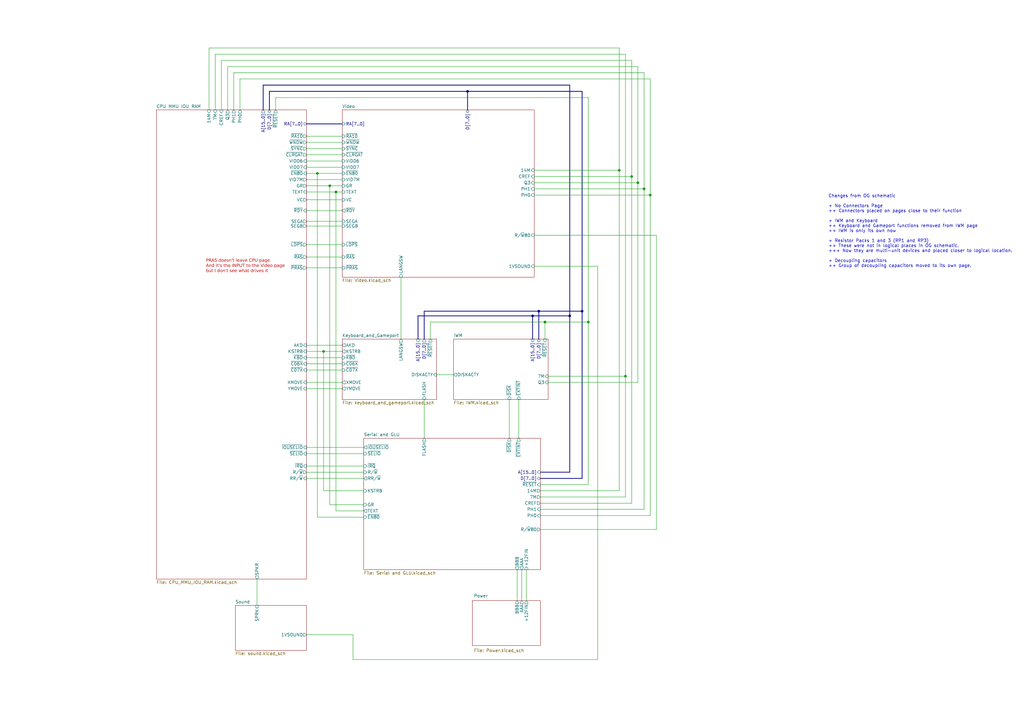
<source format=kicad_sch>
(kicad_sch
	(version 20231120)
	(generator "eeschema")
	(generator_version "8.0")
	(uuid "67809fc9-81c6-454d-9011-542a06dd2b5a")
	(paper "A3")
	(title_block
		(title "Apple IIc ROM255")
		(date "2023-09-28")
		(rev "2")
		(company "bald.ee/bitpreserve")
		(comment 1 "Apple IIc ROM255")
	)
	(lib_symbols)
	(junction
		(at 130.175 71.12)
		(diameter 0)
		(color 0 0 0 0)
		(uuid "03cc218b-5b40-4c84-9dcf-d1dad05f2bb8")
	)
	(junction
		(at 135.255 76.2)
		(diameter 0)
		(color 0 0 0 0)
		(uuid "1367316d-9ee9-4713-905f-3692bb06725a")
	)
	(junction
		(at 137.795 78.74)
		(diameter 0)
		(color 0 0 0 0)
		(uuid "15a5da8c-4f1f-42af-8ca1-60b4eeccbb54")
	)
	(junction
		(at 259.08 72.39)
		(diameter 0)
		(color 0 0 0 0)
		(uuid "220d6e89-d170-4ce9-91bc-e3c343206adb")
	)
	(junction
		(at 132.715 144.145)
		(diameter 0)
		(color 0 0 0 0)
		(uuid "4f151cd4-f5f0-4c47-8378-e44753cf42d6")
	)
	(junction
		(at 254 69.85)
		(diameter 0)
		(color 0 0 0 0)
		(uuid "78f92a1e-b60c-4521-ad2a-50c3fe37a9e3")
	)
	(junction
		(at 264.16 77.47)
		(diameter 0)
		(color 0 0 0 0)
		(uuid "845b4161-bd0c-49dc-aeb2-4fb8223496e5")
	)
	(junction
		(at 220.98 127.635)
		(diameter 0)
		(color 0 0 0 0)
		(uuid "8c3c486c-ae3c-45ba-962c-8917e52426fb")
	)
	(junction
		(at 238.76 127.635)
		(diameter 0)
		(color 0 0 0 0)
		(uuid "993144de-cb5a-4a75-ae36-ef69664f1562")
	)
	(junction
		(at 261.62 74.93)
		(diameter 0)
		(color 0 0 0 0)
		(uuid "996ad387-088b-4db8-9359-e15687f61845")
	)
	(junction
		(at 241.3 132.08)
		(diameter 0)
		(color 0 0 0 0)
		(uuid "b4c711d3-9001-47c0-9f74-8f5fb57205a5")
	)
	(junction
		(at 223.52 132.08)
		(diameter 0)
		(color 0 0 0 0)
		(uuid "d1e77a5d-4b67-4419-9a39-c4bdaef113c4")
	)
	(junction
		(at 256.54 154.305)
		(diameter 0)
		(color 0 0 0 0)
		(uuid "d3f374ab-a698-474d-b1d8-cde67e1e4715")
	)
	(junction
		(at 218.44 129.54)
		(diameter 0)
		(color 0 0 0 0)
		(uuid "dcd44c36-7382-42ed-947b-4f90e8439a04")
	)
	(junction
		(at 266.7 80.01)
		(diameter 0)
		(color 0 0 0 0)
		(uuid "dcee8554-7199-40d0-84d6-6306d0d9d7ec")
	)
	(junction
		(at 191.77 37.465)
		(diameter 0)
		(color 0 0 0 0)
		(uuid "de4672f3-6a8d-488e-8ebe-e2f191094dbc")
	)
	(junction
		(at 233.68 129.54)
		(diameter 0)
		(color 0 0 0 0)
		(uuid "f5002724-2179-4f53-87bf-4b64f4066046")
	)
	(wire
		(pts
			(xy 266.7 32.385) (xy 266.7 80.01)
		)
		(stroke
			(width 0)
			(type default)
		)
		(uuid "0031caa3-6272-4c14-9f29-38aa1a2c12b0")
	)
	(wire
		(pts
			(xy 125.73 151.765) (xy 140.335 151.765)
		)
		(stroke
			(width 0)
			(type default)
		)
		(uuid "0100c05c-4a54-4c4c-8e77-d2b52dbcbc53")
	)
	(wire
		(pts
			(xy 125.73 100.33) (xy 140.335 100.33)
		)
		(stroke
			(width 0)
			(type default)
		)
		(uuid "030d1472-d36a-48a2-adbd-e9016ece57a1")
	)
	(bus
		(pts
			(xy 221.615 196.215) (xy 238.76 196.215)
		)
		(stroke
			(width 0)
			(type default)
		)
		(uuid "05fb4119-2bf4-4328-b726-1b49c0bef761")
	)
	(wire
		(pts
			(xy 125.73 71.12) (xy 130.175 71.12)
		)
		(stroke
			(width 0)
			(type default)
		)
		(uuid "08a536fb-7b7d-4336-93ca-bf5fc6736a17")
	)
	(wire
		(pts
			(xy 241.3 132.08) (xy 223.52 132.08)
		)
		(stroke
			(width 0)
			(type default)
		)
		(uuid "09c05135-bdf8-4e69-bf27-eee91a149806")
	)
	(bus
		(pts
			(xy 220.98 127.635) (xy 220.98 139.065)
		)
		(stroke
			(width 0)
			(type default)
		)
		(uuid "0a0914cc-f649-49cb-bd0e-92d527bc7aec")
	)
	(wire
		(pts
			(xy 245.11 109.22) (xy 245.11 270.51)
		)
		(stroke
			(width 0)
			(type default)
		)
		(uuid "0c77f670-51e9-44e5-9250-7b67a1ec1db2")
	)
	(wire
		(pts
			(xy 221.615 208.915) (xy 264.16 208.915)
		)
		(stroke
			(width 0)
			(type default)
		)
		(uuid "0cf26029-c629-4fe1-a63d-282fbe2128f6")
	)
	(wire
		(pts
			(xy 85.725 19.685) (xy 85.725 45.085)
		)
		(stroke
			(width 0)
			(type default)
		)
		(uuid "0f41f186-8854-4f8a-b86c-303cf5765d60")
	)
	(wire
		(pts
			(xy 164.465 113.665) (xy 164.465 139.065)
		)
		(stroke
			(width 0)
			(type default)
		)
		(uuid "116ebe43-6532-4bbd-955a-34f5046e1d01")
	)
	(bus
		(pts
			(xy 173.99 139.065) (xy 173.99 127.635)
		)
		(stroke
			(width 0)
			(type default)
		)
		(uuid "11add6ba-3404-44d0-a22c-1eba02336907")
	)
	(bus
		(pts
			(xy 233.68 129.54) (xy 218.44 129.54)
		)
		(stroke
			(width 0)
			(type default)
		)
		(uuid "189e9178-7f36-4cbc-be77-0eaf114d9300")
	)
	(wire
		(pts
			(xy 132.715 201.295) (xy 149.225 201.295)
		)
		(stroke
			(width 0)
			(type default)
		)
		(uuid "1b477dcf-8ca9-4276-a301-86a694066078")
	)
	(wire
		(pts
			(xy 179.07 153.67) (xy 186.055 153.67)
		)
		(stroke
			(width 0)
			(type default)
		)
		(uuid "1c6ed92c-0522-4ec4-8ae0-92053b49e37e")
	)
	(wire
		(pts
			(xy 125.73 60.96) (xy 140.335 60.96)
		)
		(stroke
			(width 0)
			(type default)
		)
		(uuid "1ceb1d0f-4e0b-4113-ab79-c57d0a2bee59")
	)
	(wire
		(pts
			(xy 219.075 77.47) (xy 264.16 77.47)
		)
		(stroke
			(width 0)
			(type default)
		)
		(uuid "22fe1cfe-8327-4789-97c9-fe748d4bca9f")
	)
	(wire
		(pts
			(xy 264.16 77.47) (xy 264.16 208.915)
		)
		(stroke
			(width 0)
			(type default)
		)
		(uuid "24070dbe-5bd4-459c-8803-a3b2959afb18")
	)
	(wire
		(pts
			(xy 254 19.685) (xy 254 69.85)
		)
		(stroke
			(width 0)
			(type default)
		)
		(uuid "25cd9b0a-c4f8-471f-9054-bde2250a41ed")
	)
	(wire
		(pts
			(xy 254 69.85) (xy 254 201.295)
		)
		(stroke
			(width 0)
			(type default)
		)
		(uuid "2a4019bc-cab2-445c-922b-81c98d75cb97")
	)
	(wire
		(pts
			(xy 125.73 193.675) (xy 149.225 193.675)
		)
		(stroke
			(width 0)
			(type default)
		)
		(uuid "2a7e28bd-c7d7-4a0d-beed-8c3b34889426")
	)
	(wire
		(pts
			(xy 125.73 141.605) (xy 140.335 141.605)
		)
		(stroke
			(width 0)
			(type default)
		)
		(uuid "2a8a8223-6641-431c-b524-e98396b6d137")
	)
	(wire
		(pts
			(xy 130.175 71.12) (xy 140.335 71.12)
		)
		(stroke
			(width 0)
			(type default)
		)
		(uuid "338eaeed-50bf-4a61-bbee-d5c7f6e03351")
	)
	(wire
		(pts
			(xy 264.16 29.845) (xy 264.16 77.47)
		)
		(stroke
			(width 0)
			(type default)
		)
		(uuid "34dc0bdf-c221-4e71-a57d-ab4566a15cb9")
	)
	(wire
		(pts
			(xy 135.255 76.2) (xy 135.255 207.01)
		)
		(stroke
			(width 0)
			(type default)
		)
		(uuid "3524cd8e-28c0-4665-9d2d-c04c5f43346f")
	)
	(wire
		(pts
			(xy 132.715 144.145) (xy 140.335 144.145)
		)
		(stroke
			(width 0)
			(type default)
		)
		(uuid "357a428a-55f4-44d5-b5d4-36fe4a638b1c")
	)
	(wire
		(pts
			(xy 254 69.85) (xy 219.075 69.85)
		)
		(stroke
			(width 0)
			(type default)
		)
		(uuid "363e2177-7382-4e9d-925c-dbc6d6e54f56")
	)
	(wire
		(pts
			(xy 98.425 45.085) (xy 98.425 32.385)
		)
		(stroke
			(width 0)
			(type default)
		)
		(uuid "363e3137-77cd-4eca-b3b7-1f3176e3867e")
	)
	(bus
		(pts
			(xy 233.68 193.675) (xy 233.68 129.54)
		)
		(stroke
			(width 0)
			(type default)
		)
		(uuid "38a63ee4-9da0-4613-b712-f8758ce51630")
	)
	(wire
		(pts
			(xy 93.345 45.085) (xy 93.345 27.305)
		)
		(stroke
			(width 0)
			(type default)
		)
		(uuid "39101cae-f210-49c4-8a60-6939e608bc82")
	)
	(wire
		(pts
			(xy 261.62 27.305) (xy 261.62 74.93)
		)
		(stroke
			(width 0)
			(type default)
		)
		(uuid "3b15c45c-9a9b-4fac-bdd7-a4e5629f3dce")
	)
	(bus
		(pts
			(xy 238.76 37.465) (xy 238.76 127.635)
		)
		(stroke
			(width 0)
			(type default)
		)
		(uuid "3bbdcccb-9567-43ee-a6dc-d204eb81a557")
	)
	(wire
		(pts
			(xy 259.08 72.39) (xy 219.075 72.39)
		)
		(stroke
			(width 0)
			(type default)
		)
		(uuid "3e555436-1866-4f40-94b3-658a0c4f6e3f")
	)
	(bus
		(pts
			(xy 171.45 129.54) (xy 171.45 139.065)
		)
		(stroke
			(width 0)
			(type default)
		)
		(uuid "3f5747ab-408a-4723-b862-29a5b987532f")
	)
	(bus
		(pts
			(xy 191.77 37.465) (xy 191.77 45.085)
		)
		(stroke
			(width 0)
			(type default)
		)
		(uuid "4955cf5a-6d70-4e9a-810f-dd717a8f7ad5")
	)
	(wire
		(pts
			(xy 125.73 109.855) (xy 140.335 109.855)
		)
		(stroke
			(width 0)
			(type default)
		)
		(uuid "4ae1c206-9240-4450-8c17-9e0309a5af44")
	)
	(wire
		(pts
			(xy 98.425 32.385) (xy 266.7 32.385)
		)
		(stroke
			(width 0)
			(type default)
		)
		(uuid "4b65f31b-f259-47e3-b82b-f4e4529d39a6")
	)
	(wire
		(pts
			(xy 95.885 29.845) (xy 264.16 29.845)
		)
		(stroke
			(width 0)
			(type default)
		)
		(uuid "4c52b05e-b98e-4606-92aa-6574d7bd86a3")
	)
	(wire
		(pts
			(xy 261.62 74.93) (xy 261.62 156.845)
		)
		(stroke
			(width 0)
			(type default)
		)
		(uuid "597d5f86-b021-42d0-87d4-23ee10ff024d")
	)
	(wire
		(pts
			(xy 125.73 183.515) (xy 149.225 183.515)
		)
		(stroke
			(width 0)
			(type default)
		)
		(uuid "5a2378a8-d2a5-448c-92b0-0c2f56a663e7")
	)
	(bus
		(pts
			(xy 110.49 45.085) (xy 110.49 37.465)
		)
		(stroke
			(width 0)
			(type default)
		)
		(uuid "5e38c42e-58f8-4c42-a386-7e0d59eba719")
	)
	(wire
		(pts
			(xy 269.24 217.17) (xy 221.615 217.17)
		)
		(stroke
			(width 0)
			(type default)
		)
		(uuid "60a392ea-8c38-41bb-b2ed-eaa80e4d3525")
	)
	(wire
		(pts
			(xy 125.73 86.36) (xy 140.335 86.36)
		)
		(stroke
			(width 0)
			(type default)
		)
		(uuid "654c8dbf-6fc3-4c91-9fdd-13c3e9b36b7d")
	)
	(wire
		(pts
			(xy 125.73 68.58) (xy 140.335 68.58)
		)
		(stroke
			(width 0)
			(type default)
		)
		(uuid "6571eba4-9193-4f60-aa9d-b0cf36f6cc83")
	)
	(wire
		(pts
			(xy 219.075 96.52) (xy 269.24 96.52)
		)
		(stroke
			(width 0)
			(type default)
		)
		(uuid "676ca19e-2848-4617-844b-6b454259e693")
	)
	(wire
		(pts
			(xy 223.52 132.08) (xy 223.52 139.065)
		)
		(stroke
			(width 0)
			(type default)
		)
		(uuid "6bb61ed2-d35e-4b94-976f-242267062e2d")
	)
	(wire
		(pts
			(xy 88.265 22.225) (xy 88.265 45.085)
		)
		(stroke
			(width 0)
			(type default)
		)
		(uuid "6cdb011e-387d-4641-9bb8-a2634f791390")
	)
	(wire
		(pts
			(xy 215.9 233.68) (xy 215.9 246.38)
		)
		(stroke
			(width 0)
			(type default)
		)
		(uuid "70d1b5ab-2126-42b6-b3fa-c30a4b471b01")
	)
	(wire
		(pts
			(xy 224.79 154.305) (xy 256.54 154.305)
		)
		(stroke
			(width 0)
			(type default)
		)
		(uuid "722c4c45-0042-463e-b781-c42a3aa8af3a")
	)
	(wire
		(pts
			(xy 125.73 63.5) (xy 140.335 63.5)
		)
		(stroke
			(width 0)
			(type default)
		)
		(uuid "72ac2516-e764-4d57-9712-e96dcfcd858b")
	)
	(wire
		(pts
			(xy 266.7 80.01) (xy 219.075 80.01)
		)
		(stroke
			(width 0)
			(type default)
		)
		(uuid "73f76834-608c-4b59-a151-16e295791530")
	)
	(wire
		(pts
			(xy 125.73 92.71) (xy 140.335 92.71)
		)
		(stroke
			(width 0)
			(type default)
		)
		(uuid "746ae8a4-460c-41f5-a4e1-852fb20b3c1d")
	)
	(bus
		(pts
			(xy 233.68 34.925) (xy 233.68 129.54)
		)
		(stroke
			(width 0)
			(type default)
		)
		(uuid "751038a5-55c1-4eaf-bf5a-6536c231dc28")
	)
	(wire
		(pts
			(xy 125.73 90.805) (xy 140.335 90.805)
		)
		(stroke
			(width 0)
			(type default)
		)
		(uuid "765e60a8-e412-4f0d-aecc-9cfe2318d422")
	)
	(bus
		(pts
			(xy 107.95 45.085) (xy 107.95 34.925)
		)
		(stroke
			(width 0)
			(type default)
		)
		(uuid "7a356e09-fff4-4a23-b7ae-0b838a0b3a23")
	)
	(wire
		(pts
			(xy 259.08 206.375) (xy 221.615 206.375)
		)
		(stroke
			(width 0)
			(type default)
		)
		(uuid "7af6042a-3aa7-4a0a-b5f6-29b9deb383e8")
	)
	(wire
		(pts
			(xy 125.73 58.42) (xy 140.335 58.42)
		)
		(stroke
			(width 0)
			(type default)
		)
		(uuid "7ebed8f9-68da-4505-aaee-7b600b456757")
	)
	(wire
		(pts
			(xy 125.73 191.135) (xy 149.225 191.135)
		)
		(stroke
			(width 0)
			(type default)
		)
		(uuid "80332da8-ccbf-4908-8e20-3f3cb30791cd")
	)
	(wire
		(pts
			(xy 90.805 24.765) (xy 259.08 24.765)
		)
		(stroke
			(width 0)
			(type default)
		)
		(uuid "8051629c-bef7-40d6-b757-bc5dac1d2955")
	)
	(wire
		(pts
			(xy 256.54 22.225) (xy 256.54 154.305)
		)
		(stroke
			(width 0)
			(type default)
		)
		(uuid "80d0c100-de21-439f-b7bc-fd090a3f2fcb")
	)
	(wire
		(pts
			(xy 125.73 73.66) (xy 140.335 73.66)
		)
		(stroke
			(width 0)
			(type default)
		)
		(uuid "8478a7a5-5949-46a1-8d34-233213a8ad74")
	)
	(wire
		(pts
			(xy 125.73 81.915) (xy 140.335 81.915)
		)
		(stroke
			(width 0)
			(type default)
		)
		(uuid "8568f57e-78da-4225-856d-f221a8b7173f")
	)
	(wire
		(pts
			(xy 125.73 144.145) (xy 132.715 144.145)
		)
		(stroke
			(width 0)
			(type default)
		)
		(uuid "875fcc8a-bf96-4c91-a356-80e0a2997ae1")
	)
	(wire
		(pts
			(xy 85.725 19.685) (xy 254 19.685)
		)
		(stroke
			(width 0)
			(type default)
		)
		(uuid "888bdb3d-d6ae-4392-aa19-b819c8bd141e")
	)
	(wire
		(pts
			(xy 130.175 71.12) (xy 130.175 212.09)
		)
		(stroke
			(width 0)
			(type default)
		)
		(uuid "88b40da0-6c3f-4aa9-bd4e-97187ce7b028")
	)
	(wire
		(pts
			(xy 256.54 203.835) (xy 221.615 203.835)
		)
		(stroke
			(width 0)
			(type default)
		)
		(uuid "88d9d0d4-33aa-4f97-aecb-2963b5f8d5d9")
	)
	(wire
		(pts
			(xy 213.995 233.68) (xy 213.995 246.38)
		)
		(stroke
			(width 0)
			(type default)
		)
		(uuid "8c01d8e2-8bd3-4f11-97fc-68c931e0e860")
	)
	(wire
		(pts
			(xy 173.99 163.83) (xy 173.99 179.705)
		)
		(stroke
			(width 0)
			(type default)
		)
		(uuid "8ddf916b-b45a-49cf-a359-5276cbec404a")
	)
	(wire
		(pts
			(xy 125.73 149.225) (xy 140.335 149.225)
		)
		(stroke
			(width 0)
			(type default)
		)
		(uuid "8ea1a0c4-dfb7-466d-a8f6-758c41855e21")
	)
	(wire
		(pts
			(xy 125.73 105.41) (xy 140.335 105.41)
		)
		(stroke
			(width 0)
			(type default)
		)
		(uuid "90fc02ec-2915-49f6-b720-6bc259886336")
	)
	(wire
		(pts
			(xy 88.265 22.225) (xy 256.54 22.225)
		)
		(stroke
			(width 0)
			(type default)
		)
		(uuid "921c0f2f-b2ac-4582-a9c6-5bb4e3420452")
	)
	(wire
		(pts
			(xy 208.915 163.83) (xy 208.915 179.705)
		)
		(stroke
			(width 0)
			(type default)
		)
		(uuid "9306c0b3-b9f0-4e9e-a248-11b2298dce6d")
	)
	(bus
		(pts
			(xy 218.44 129.54) (xy 218.44 139.065)
		)
		(stroke
			(width 0)
			(type default)
		)
		(uuid "9357e13e-dc19-4d32-b7e9-975c490b3383")
	)
	(wire
		(pts
			(xy 221.615 198.755) (xy 241.3 198.755)
		)
		(stroke
			(width 0)
			(type default)
		)
		(uuid "93ef3604-8463-4ebb-aeee-c5834e8cce43")
	)
	(bus
		(pts
			(xy 191.77 37.465) (xy 238.76 37.465)
		)
		(stroke
			(width 0)
			(type default)
		)
		(uuid "957ad0e7-1020-47b4-9a53-a26a1aa7d49e")
	)
	(wire
		(pts
			(xy 254 201.295) (xy 221.615 201.295)
		)
		(stroke
			(width 0)
			(type default)
		)
		(uuid "9704f32e-6d63-40a1-8ac1-b8d03f29d47a")
	)
	(wire
		(pts
			(xy 261.62 74.93) (xy 219.075 74.93)
		)
		(stroke
			(width 0)
			(type default)
		)
		(uuid "9a90f264-6c56-42ee-a55b-6fc31fc42202")
	)
	(wire
		(pts
			(xy 90.805 45.085) (xy 90.805 24.765)
		)
		(stroke
			(width 0)
			(type default)
		)
		(uuid "9be0c571-146d-440f-851d-39ef89094d7e")
	)
	(wire
		(pts
			(xy 125.73 156.845) (xy 140.335 156.845)
		)
		(stroke
			(width 0)
			(type default)
		)
		(uuid "9c931cf6-b3dd-426e-83f8-f9d895697054")
	)
	(wire
		(pts
			(xy 212.725 163.83) (xy 212.725 179.705)
		)
		(stroke
			(width 0)
			(type default)
		)
		(uuid "9ea4c5d5-fc08-475d-91c7-87fc67440846")
	)
	(wire
		(pts
			(xy 105.41 237.49) (xy 105.41 248.285)
		)
		(stroke
			(width 0)
			(type default)
		)
		(uuid "a2a8f6ef-7312-4721-ba42-05783f863074")
	)
	(wire
		(pts
			(xy 259.08 72.39) (xy 259.08 206.375)
		)
		(stroke
			(width 0)
			(type default)
		)
		(uuid "a47e2283-f2f3-46d6-b5c7-36aa2c540af2")
	)
	(bus
		(pts
			(xy 221.615 193.675) (xy 233.68 193.675)
		)
		(stroke
			(width 0)
			(type default)
		)
		(uuid "a55da1bd-341c-4aa1-9d19-e274c7310bb4")
	)
	(bus
		(pts
			(xy 238.76 127.635) (xy 220.98 127.635)
		)
		(stroke
			(width 0)
			(type default)
		)
		(uuid "a6fe04f8-cd92-421b-9630-4a5f7e5af61a")
	)
	(wire
		(pts
			(xy 125.73 66.04) (xy 140.335 66.04)
		)
		(stroke
			(width 0)
			(type default)
		)
		(uuid "a87b108c-c310-47c2-8763-840b11f57af1")
	)
	(wire
		(pts
			(xy 125.73 196.215) (xy 149.225 196.215)
		)
		(stroke
			(width 0)
			(type default)
		)
		(uuid "a96420f2-fd7d-473a-a5b8-31c4b21044ad")
	)
	(wire
		(pts
			(xy 269.24 96.52) (xy 269.24 217.17)
		)
		(stroke
			(width 0)
			(type default)
		)
		(uuid "a9f5ba1b-f79c-43ac-a229-0403f97bb537")
	)
	(wire
		(pts
			(xy 245.11 270.51) (xy 144.78 270.51)
		)
		(stroke
			(width 0)
			(type default)
		)
		(uuid "aad3c1f1-df3e-4067-ac69-e33350b1823d")
	)
	(wire
		(pts
			(xy 259.08 24.765) (xy 259.08 72.39)
		)
		(stroke
			(width 0)
			(type default)
		)
		(uuid "ac1c006d-7e78-44fe-b868-4a873a34ebbd")
	)
	(wire
		(pts
			(xy 144.78 270.51) (xy 144.78 260.35)
		)
		(stroke
			(width 0)
			(type default)
		)
		(uuid "ad71297e-3de6-401c-9ada-dcaf542e596c")
	)
	(wire
		(pts
			(xy 219.075 109.22) (xy 245.11 109.22)
		)
		(stroke
			(width 0)
			(type default)
		)
		(uuid "add34f21-fe8d-40d9-8f27-0a2497750577")
	)
	(bus
		(pts
			(xy 173.99 127.635) (xy 220.98 127.635)
		)
		(stroke
			(width 0)
			(type default)
		)
		(uuid "af12bf87-c9c9-483b-b346-f212a9d84e14")
	)
	(wire
		(pts
			(xy 241.3 40.005) (xy 241.3 132.08)
		)
		(stroke
			(width 0)
			(type default)
		)
		(uuid "b3743ae6-541b-4d6c-928a-d15d07ec9728")
	)
	(wire
		(pts
			(xy 221.615 211.455) (xy 266.7 211.455)
		)
		(stroke
			(width 0)
			(type default)
		)
		(uuid "b565f123-eff2-4e0e-ae92-5ad551d156d7")
	)
	(wire
		(pts
			(xy 212.09 233.68) (xy 212.09 246.38)
		)
		(stroke
			(width 0)
			(type default)
		)
		(uuid "b7ae2db5-cf09-4e9b-b37a-61c02e5b2143")
	)
	(wire
		(pts
			(xy 113.03 45.085) (xy 113.03 40.005)
		)
		(stroke
			(width 0)
			(type default)
		)
		(uuid "b97b04ae-61f8-4886-b293-4d8a9c5ff21c")
	)
	(bus
		(pts
			(xy 218.44 129.54) (xy 171.45 129.54)
		)
		(stroke
			(width 0)
			(type default)
		)
		(uuid "bf1cc78d-4d71-4b86-896e-5bc482722f99")
	)
	(wire
		(pts
			(xy 149.225 207.01) (xy 135.255 207.01)
		)
		(stroke
			(width 0)
			(type default)
		)
		(uuid "c4734a3b-f0c7-4ce0-9e25-25c278b74aec")
	)
	(wire
		(pts
			(xy 176.53 132.08) (xy 223.52 132.08)
		)
		(stroke
			(width 0)
			(type default)
		)
		(uuid "c61fb185-fb4f-404f-a92b-38411d09b3ba")
	)
	(wire
		(pts
			(xy 176.53 139.065) (xy 176.53 132.08)
		)
		(stroke
			(width 0)
			(type default)
		)
		(uuid "c8ae48d2-0c76-4fa5-95d6-a2f536591acb")
	)
	(wire
		(pts
			(xy 137.795 78.74) (xy 137.795 209.55)
		)
		(stroke
			(width 0)
			(type default)
		)
		(uuid "ccbcb635-3abb-43be-abc8-010870b8a1a8")
	)
	(wire
		(pts
			(xy 137.795 78.74) (xy 140.335 78.74)
		)
		(stroke
			(width 0)
			(type default)
		)
		(uuid "d2ec49a3-024b-472b-8a9d-9cd5bea0b784")
	)
	(bus
		(pts
			(xy 125.73 50.8) (xy 140.335 50.8)
		)
		(stroke
			(width 0)
			(type default)
		)
		(uuid "d35a1da5-ce14-42c2-b91e-b4e607e85477")
	)
	(wire
		(pts
			(xy 256.54 154.305) (xy 256.54 203.835)
		)
		(stroke
			(width 0)
			(type default)
		)
		(uuid "d5230f92-52b8-43cf-b356-de739cb571e9")
	)
	(wire
		(pts
			(xy 125.73 159.385) (xy 140.335 159.385)
		)
		(stroke
			(width 0)
			(type default)
		)
		(uuid "dac754a5-29b7-401d-82f4-f8a8353fe85f")
	)
	(wire
		(pts
			(xy 125.73 78.74) (xy 137.795 78.74)
		)
		(stroke
			(width 0)
			(type default)
		)
		(uuid "db20a190-cab5-4150-8055-f72f6221c13e")
	)
	(bus
		(pts
			(xy 107.95 34.925) (xy 233.68 34.925)
		)
		(stroke
			(width 0)
			(type default)
		)
		(uuid "dc6b786b-a610-44c5-aef8-72c5cd59fa1a")
	)
	(wire
		(pts
			(xy 266.7 80.01) (xy 266.7 211.455)
		)
		(stroke
			(width 0)
			(type default)
		)
		(uuid "ddcb416b-94d5-458d-9c9e-e0db4f1ab252")
	)
	(wire
		(pts
			(xy 125.73 55.88) (xy 140.335 55.88)
		)
		(stroke
			(width 0)
			(type default)
		)
		(uuid "dde661b4-a637-44d6-bca8-2af43daf77a3")
	)
	(wire
		(pts
			(xy 125.73 186.055) (xy 149.225 186.055)
		)
		(stroke
			(width 0)
			(type default)
		)
		(uuid "e01d4164-2086-4415-95c2-3e043183fbb0")
	)
	(wire
		(pts
			(xy 113.03 40.005) (xy 241.3 40.005)
		)
		(stroke
			(width 0)
			(type default)
		)
		(uuid "e09952c6-d767-4604-ae46-4747727ba639")
	)
	(wire
		(pts
			(xy 130.175 212.09) (xy 149.225 212.09)
		)
		(stroke
			(width 0)
			(type default)
		)
		(uuid "e0d36755-64fc-431a-acdb-0c59ec22ba43")
	)
	(wire
		(pts
			(xy 125.73 76.2) (xy 135.255 76.2)
		)
		(stroke
			(width 0)
			(type default)
		)
		(uuid "e23e69aa-b9d5-442d-8b58-fff460e330a9")
	)
	(wire
		(pts
			(xy 95.885 45.085) (xy 95.885 29.845)
		)
		(stroke
			(width 0)
			(type default)
		)
		(uuid "e40933dc-1d6e-4b2a-ae12-65a32f639212")
	)
	(wire
		(pts
			(xy 261.62 156.845) (xy 224.79 156.845)
		)
		(stroke
			(width 0)
			(type default)
		)
		(uuid "e7affff0-fc9e-4e1b-a16c-b867cfb302a0")
	)
	(wire
		(pts
			(xy 144.78 260.35) (xy 125.73 260.35)
		)
		(stroke
			(width 0)
			(type default)
		)
		(uuid "ea73f080-05d2-42fb-ade1-74b9e1b0043d")
	)
	(wire
		(pts
			(xy 132.715 144.145) (xy 132.715 201.295)
		)
		(stroke
			(width 0)
			(type default)
		)
		(uuid "ed5ec769-dd60-4f02-a879-f9d1381eee1b")
	)
	(bus
		(pts
			(xy 110.49 37.465) (xy 191.77 37.465)
		)
		(stroke
			(width 0)
			(type default)
		)
		(uuid "f1c4363c-2c49-4616-a656-61480133cd69")
	)
	(wire
		(pts
			(xy 135.255 76.2) (xy 140.335 76.2)
		)
		(stroke
			(width 0)
			(type default)
		)
		(uuid "f1edb6d7-3d77-4d83-bed7-9046c28805d3")
	)
	(wire
		(pts
			(xy 125.73 146.685) (xy 140.335 146.685)
		)
		(stroke
			(width 0)
			(type default)
		)
		(uuid "f5974bcb-c4d6-416d-9b4d-952b4e6cba1c")
	)
	(bus
		(pts
			(xy 238.76 196.215) (xy 238.76 127.635)
		)
		(stroke
			(width 0)
			(type default)
		)
		(uuid "f8a2d899-ae8f-47f6-8b09-50520fa2521c")
	)
	(wire
		(pts
			(xy 137.795 209.55) (xy 149.225 209.55)
		)
		(stroke
			(width 0)
			(type default)
		)
		(uuid "fcd54538-4beb-42d7-b78b-81de284a2fff")
	)
	(wire
		(pts
			(xy 241.3 198.755) (xy 241.3 132.08)
		)
		(stroke
			(width 0)
			(type default)
		)
		(uuid "fd88b025-9551-4026-85a6-7255dedb2a12")
	)
	(wire
		(pts
			(xy 93.345 27.305) (xy 261.62 27.305)
		)
		(stroke
			(width 0)
			(type default)
		)
		(uuid "fe1eba50-442a-4770-8cd9-2f53399c5b4c")
	)
	(text "PRAS doesn't leave CPU page.\nAnd it's the INPUT to the Video page\nbut I don't see what drives it"
		(exclude_from_sim no)
		(at 84.455 112.395 0)
		(effects
			(font
				(face "Verdana")
				(size 1.27 1.27)
				(color 194 0 0 1)
			)
			(justify left bottom)
		)
		(uuid "68d9732b-439b-48f8-b920-f4b30494a6b2")
	)
	(text "Changes from OG schematic\n\n+ No Connectors Page\n++ Connectors placed on pages close to their function\n\n+ IWM and Keyboard\n++ Keyboard and Gameport functions removed from IWM page\n++ IWM is only its own now\n\n+ Resistor Packs 1 and 3 (RP1 and RP3)\n++ These were not in logical places in OG schematic. \n+++ Now they are multi-unit devices and placed closer to logical location.\n\n+ Decoupling capacitors\n++ Group of decoupling capacitors moved to its own page."
		(exclude_from_sim no)
		(at 339.725 109.855 0)
		(effects
			(font
				(size 1.27 1.27)
			)
			(justify left bottom)
		)
		(uuid "e8970b86-52ff-4b99-8ee6-322f2b2e1b48")
	)
	(sheet
		(at 186.055 139.065)
		(size 38.735 24.765)
		(fields_autoplaced yes)
		(stroke
			(width 0.1524)
			(type solid)
		)
		(fill
			(color 255 255 255 1.0000)
		)
		(uuid "0c756c7d-ccc5-4fd6-8f9f-5252072a9ba6")
		(property "Sheetname" "IWM"
			(at 186.055 138.3534 0)
			(effects
				(font
					(size 1.27 1.27)
				)
				(justify left bottom)
			)
		)
		(property "Sheetfile" "IWM.kicad_sch"
			(at 186.055 164.4146 0)
			(effects
				(font
					(size 1.27 1.27)
				)
				(justify left top)
			)
		)
		(pin "~{DISK}" input
			(at 208.915 163.83 270)
			(effects
				(font
					(size 1.27 1.27)
				)
				(justify left)
			)
			(uuid "53f8a7e7-8b18-4d04-874a-eff551582113")
		)
		(pin "D[7..0]" bidirectional
			(at 220.98 139.065 90)
			(effects
				(font
					(size 1.27 1.27)
				)
				(justify right)
			)
			(uuid "dc5d0450-0606-43cb-a58d-06838c6e38d2")
		)
		(pin "A[15..0]" input
			(at 218.44 139.065 90)
			(effects
				(font
					(size 1.27 1.27)
				)
				(justify right)
			)
			(uuid "7781fa9f-56ae-4b26-a641-c95995d11033")
		)
		(pin "7M" input
			(at 224.79 154.305 0)
			(effects
				(font
					(size 1.27 1.27)
				)
				(justify right)
			)
			(uuid "c6584bc4-c3b3-4d0a-b8d8-909d2e793fb3")
		)
		(pin "Q3" input
			(at 224.79 156.845 0)
			(effects
				(font
					(size 1.27 1.27)
				)
				(justify right)
			)
			(uuid "642941b7-d8d5-488d-942e-9a2c69c8bd6d")
		)
		(pin "~{RESET}" input
			(at 223.52 139.065 90)
			(effects
				(font
					(size 1.27 1.27)
				)
				(justify right)
			)
			(uuid "3b061fb8-b7fc-4faa-b33f-65f92b1ddb74")
		)
		(pin "DISKACTY" output
			(at 186.055 153.67 180)
			(effects
				(font
					(size 1.27 1.27)
				)
				(justify left)
			)
			(uuid "db899d47-ef13-45c6-a8df-5fd95cab4cbc")
		)
		(pin "~{EXTINT}" input
			(at 212.725 163.83 270)
			(effects
				(font
					(size 1.27 1.27)
				)
				(justify left)
			)
			(uuid "81e287f5-5932-419c-8c2c-c5b5dec889fc")
		)
		(instances
			(project "Apple IIc (PAL) - 050-0093-A"
				(path "/67809fc9-81c6-454d-9011-542a06dd2b5a"
					(page "4")
				)
			)
		)
	)
	(sheet
		(at 140.335 45.085)
		(size 78.74 68.58)
		(fields_autoplaced yes)
		(stroke
			(width 0.1524)
			(type solid)
		)
		(fill
			(color 255 255 255 1.0000)
		)
		(uuid "0cfe9ee5-b824-4dbc-93fe-7f1a5c953b43")
		(property "Sheetname" "Video"
			(at 140.335 44.3734 0)
			(effects
				(font
					(size 1.27 1.27)
				)
				(justify left bottom)
			)
		)
		(property "Sheetfile" "Video.kicad_sch"
			(at 140.335 114.2496 0)
			(effects
				(font
					(size 1.27 1.27)
				)
				(justify left top)
			)
		)
		(pin "~{LDPS}" input
			(at 140.335 100.33 180)
			(effects
				(font
					(size 1.27 1.27)
				)
				(justify left)
			)
			(uuid "25fae546-b76b-438a-b49a-9848faf58e85")
		)
		(pin "~{SYNC}" input
			(at 140.335 60.96 180)
			(effects
				(font
					(size 1.27 1.27)
				)
				(justify left)
			)
			(uuid "346d517a-0b96-42b0-a2f0-9fba377e2886")
		)
		(pin "VID7M" input
			(at 140.335 73.66 180)
			(effects
				(font
					(size 1.27 1.27)
				)
				(justify left)
			)
			(uuid "ed2cd3aa-9265-422f-b0b7-cf03832f17c4")
		)
		(pin "14M" input
			(at 219.075 69.85 0)
			(effects
				(font
					(size 1.27 1.27)
				)
				(justify right)
			)
			(uuid "d224bb62-1de8-469b-a71d-bbcb24267404")
		)
		(pin "SEGA" input
			(at 140.335 90.805 180)
			(effects
				(font
					(size 1.27 1.27)
				)
				(justify left)
			)
			(uuid "ad2645f8-7ad4-41c9-a0cb-6caf7fa35b3c")
		)
		(pin "~{WNDW}" input
			(at 140.335 58.42 180)
			(effects
				(font
					(size 1.27 1.27)
				)
				(justify left)
			)
			(uuid "41a0fde3-8a8b-4716-ba00-a0af296b132d")
		)
		(pin "GR" input
			(at 140.335 76.2 180)
			(effects
				(font
					(size 1.27 1.27)
				)
				(justify left)
			)
			(uuid "4a2a68e0-fb4f-474f-9131-c44edd1a1bbf")
		)
		(pin "SEGB" input
			(at 140.335 92.71 180)
			(effects
				(font
					(size 1.27 1.27)
				)
				(justify left)
			)
			(uuid "04eddc0c-8047-4008-8f0f-dcf53a8cf20a")
		)
		(pin "~{RAS}" input
			(at 140.335 105.41 180)
			(effects
				(font
					(size 1.27 1.27)
				)
				(justify left)
			)
			(uuid "c3b8bf8e-3934-46a8-b921-410acf24d2ac")
		)
		(pin "~{RA10}" input
			(at 140.335 55.88 180)
			(effects
				(font
					(size 1.27 1.27)
				)
				(justify left)
			)
			(uuid "ed822033-1301-46be-82f6-46e72160ce91")
		)
		(pin "VC" input
			(at 140.335 81.915 180)
			(effects
				(font
					(size 1.27 1.27)
				)
				(justify left)
			)
			(uuid "edcc27ad-045f-405f-968a-03408036c585")
		)
		(pin "LANGSW" input
			(at 164.465 113.665 270)
			(effects
				(font
					(size 1.27 1.27)
				)
				(justify left)
			)
			(uuid "c61a2095-24c2-40e9-8ee4-3bc84696b08a")
		)
		(pin "CREF" input
			(at 219.075 72.39 0)
			(effects
				(font
					(size 1.27 1.27)
				)
				(justify right)
			)
			(uuid "4861427f-5788-441b-83d0-906fb461f275")
		)
		(pin "~{CLRGAT}" input
			(at 140.335 63.5 180)
			(effects
				(font
					(size 1.27 1.27)
				)
				(justify left)
			)
			(uuid "b1e85b72-2ae4-4857-89ed-65a64e23c485")
		)
		(pin "~{EN80}" input
			(at 140.335 71.12 180)
			(effects
				(font
					(size 1.27 1.27)
				)
				(justify left)
			)
			(uuid "493af997-093f-448e-ae15-8527a8527fe2")
		)
		(pin "R{slash}~{W}80" input
			(at 219.075 96.52 0)
			(effects
				(font
					(size 1.27 1.27)
				)
				(justify right)
			)
			(uuid "b1449cbb-ece6-4232-bb87-aa8711e50bec")
		)
		(pin "PH0" input
			(at 219.075 80.01 0)
			(effects
				(font
					(size 1.27 1.27)
				)
				(justify right)
			)
			(uuid "96de245d-9378-4ef0-97f1-3dac568e7e5f")
		)
		(pin "PH1" input
			(at 219.075 77.47 0)
			(effects
				(font
					(size 1.27 1.27)
				)
				(justify right)
			)
			(uuid "c22d4ac2-9b7c-4071-99e5-c710d3a84feb")
		)
		(pin "VIDD7" input
			(at 140.335 68.58 180)
			(effects
				(font
					(size 1.27 1.27)
				)
				(justify left)
			)
			(uuid "9fc078ce-9f81-4f96-8834-c6e6a4a18055")
		)
		(pin "RA[7..0]" input
			(at 140.335 50.8 180)
			(effects
				(font
					(size 1.27 1.27)
				)
				(justify left)
			)
			(uuid "2eef7e51-d241-4638-8eac-9a73aed4e625")
		)
		(pin "~{PRAS}" input
			(at 140.335 109.855 180)
			(effects
				(font
					(size 1.27 1.27)
				)
				(justify left)
			)
			(uuid "dd7149a3-454e-479a-8256-0cbbe788522c")
		)
		(pin "VIDD6" input
			(at 140.335 66.04 180)
			(effects
				(font
					(size 1.27 1.27)
				)
				(justify left)
			)
			(uuid "b73be331-8656-4e8a-acc5-6a458db36bc1")
		)
		(pin "Q3" input
			(at 219.075 74.93 0)
			(effects
				(font
					(size 1.27 1.27)
				)
				(justify right)
			)
			(uuid "72b90557-ba94-4f3f-919a-c7965dc4c9b5")
		)
		(pin "D[7..0]" bidirectional
			(at 191.77 45.085 90)
			(effects
				(font
					(size 1.27 1.27)
				)
				(justify right)
			)
			(uuid "bf9a26db-83b2-4a1e-a04f-730344d287d9")
		)
		(pin "TEXT" input
			(at 140.335 78.74 180)
			(effects
				(font
					(size 1.27 1.27)
				)
				(justify left)
			)
			(uuid "d54b93cf-0b9b-413f-af61-0e3efb191b26")
		)
		(pin "1VSOUND" input
			(at 219.075 109.22 0)
			(effects
				(font
					(size 1.27 1.27)
				)
				(justify right)
			)
			(uuid "959b3cda-8a49-4367-b452-5e922377b1c8")
		)
		(pin "~{RDY}" output
			(at 140.335 86.36 180)
			(effects
				(font
					(size 1.27 1.27)
				)
				(justify left)
			)
			(uuid "eb9208be-1cb0-41c7-b989-74729b47233c")
		)
		(instances
			(project "Apple IIc (PAL) - 050-0093-A"
				(path "/67809fc9-81c6-454d-9011-542a06dd2b5a"
					(page "3")
				)
			)
		)
	)
	(sheet
		(at 96.52 248.285)
		(size 29.21 18.415)
		(fields_autoplaced yes)
		(stroke
			(width 0.1524)
			(type solid)
		)
		(fill
			(color 255 255 255 1.0000)
		)
		(uuid "3391a67c-0808-42b7-9905-337195e91882")
		(property "Sheetname" "Sound"
			(at 96.52 247.5734 0)
			(effects
				(font
					(size 1.27 1.27)
				)
				(justify left bottom)
			)
		)
		(property "Sheetfile" "sound.kicad_sch"
			(at 96.52 267.2846 0)
			(effects
				(font
					(size 1.27 1.27)
				)
				(justify left top)
			)
		)
		(pin "1VSOUND" output
			(at 125.73 260.35 0)
			(effects
				(font
					(size 1.27 1.27)
				)
				(justify right)
			)
			(uuid "77cff045-d290-48ee-9ae2-898bd33faa3f")
		)
		(pin "SPRK" input
			(at 105.41 248.285 90)
			(effects
				(font
					(size 1.27 1.27)
				)
				(justify right)
			)
			(uuid "623ec332-1f80-4582-a271-d46ff9e8ec6d")
		)
		(instances
			(project "Apple IIc (PAL) - 050-0093-A"
				(path "/67809fc9-81c6-454d-9011-542a06dd2b5a"
					(page "7")
				)
			)
		)
	)
	(sheet
		(at 64.135 45.085)
		(size 61.595 192.405)
		(fields_autoplaced yes)
		(stroke
			(width 0.1524)
			(type solid)
		)
		(fill
			(color 255 255 255 1.0000)
		)
		(uuid "78ae22ff-20f7-4004-8725-f75aed7cf25e")
		(property "Sheetname" "CPU MMU IOU RAM"
			(at 64.135 44.3734 0)
			(effects
				(font
					(size 1.27 1.27)
				)
				(justify left bottom)
			)
		)
		(property "Sheetfile" "CPU_MMU_IOU_RAM.kicad_sch"
			(at 64.135 238.0746 0)
			(effects
				(font
					(size 1.27 1.27)
				)
				(justify left top)
			)
		)
		(pin "~{RDY}" input
			(at 125.73 86.36 0)
			(effects
				(font
					(size 1.27 1.27)
				)
				(justify right)
			)
			(uuid "da9876d0-7f7a-430e-8fc0-4da9e444d541")
		)
		(pin "PH0" output
			(at 98.425 45.085 90)
			(effects
				(font
					(size 1.27 1.27)
				)
				(justify right)
			)
			(uuid "73ef702d-ed17-4534-89dc-a61d532fa9b7")
		)
		(pin "~{KBD}" input
			(at 125.73 146.685 0)
			(effects
				(font
					(size 1.27 1.27)
				)
				(justify right)
			)
			(uuid "ffff1a36-18df-4ec5-b438-21e8a9b6e36c")
		)
		(pin "~{EN80}" input
			(at 125.73 71.12 0)
			(effects
				(font
					(size 1.27 1.27)
				)
				(justify right)
			)
			(uuid "2c2c0b7c-769c-485c-b324-75f1c67a16bb")
		)
		(pin "~{C07X}" input
			(at 125.73 151.765 0)
			(effects
				(font
					(size 1.27 1.27)
				)
				(justify right)
			)
			(uuid "4db8cff4-8b75-4718-a41f-c75af4009cfb")
		)
		(pin "~{C06X}" input
			(at 125.73 149.225 0)
			(effects
				(font
					(size 1.27 1.27)
				)
				(justify right)
			)
			(uuid "a40872a3-49ee-4156-8bdb-5021cf3aacb4")
		)
		(pin "~{SELIO}" input
			(at 125.73 186.055 0)
			(effects
				(font
					(size 1.27 1.27)
				)
				(justify right)
			)
			(uuid "cc029892-70da-422c-85cf-5eea6f689fc5")
		)
		(pin "~{IRQ}" input
			(at 125.73 191.135 0)
			(effects
				(font
					(size 1.27 1.27)
				)
				(justify right)
			)
			(uuid "a28a40c5-b2b9-44f7-b56f-fde3952f10c9")
		)
		(pin "D[7..0]" bidirectional
			(at 110.49 45.085 90)
			(effects
				(font
					(size 1.27 1.27)
				)
				(justify right)
			)
			(uuid "e8b1be1b-9fd5-4776-97e8-020b5515c3dd")
		)
		(pin "RA[7..0]" bidirectional
			(at 125.73 50.8 0)
			(effects
				(font
					(size 1.27 1.27)
				)
				(justify right)
			)
			(uuid "e7b21170-fdf0-4773-bb36-30f5c69589ae")
		)
		(pin "RR{slash}~{W}" input
			(at 125.73 196.215 0)
			(effects
				(font
					(size 1.27 1.27)
				)
				(justify right)
			)
			(uuid "0be8522d-3dea-462e-814d-00bd5a62b7b6")
		)
		(pin "R{slash}~{W}" output
			(at 125.73 193.675 0)
			(effects
				(font
					(size 1.27 1.27)
				)
				(justify right)
			)
			(uuid "3ab44dd4-8b4a-435d-b619-72726860ed5c")
		)
		(pin "~{WNDW}" output
			(at 125.73 58.42 0)
			(effects
				(font
					(size 1.27 1.27)
				)
				(justify right)
			)
			(uuid "1b9a31ae-ccfc-4c17-b45b-1cb50f21cc46")
		)
		(pin "~{RA10}" output
			(at 125.73 55.88 0)
			(effects
				(font
					(size 1.27 1.27)
				)
				(justify right)
			)
			(uuid "1752adf0-a134-4aad-8e9f-d950dd7839cc")
		)
		(pin "VIDD6" input
			(at 125.73 66.04 0)
			(effects
				(font
					(size 1.27 1.27)
				)
				(justify right)
			)
			(uuid "ac9e6e2e-ece7-4142-b20d-b5cd3e03e6d7")
		)
		(pin "GR" output
			(at 125.73 76.2 0)
			(effects
				(font
					(size 1.27 1.27)
				)
				(justify right)
			)
			(uuid "4602c818-b2b6-4a56-b7f7-15b96dcb9e21")
		)
		(pin "VC" output
			(at 125.73 81.915 0)
			(effects
				(font
					(size 1.27 1.27)
				)
				(justify right)
			)
			(uuid "f1991925-f7c2-47c9-a1fd-85e80231d0df")
		)
		(pin "~{SYNC}" output
			(at 125.73 60.96 0)
			(effects
				(font
					(size 1.27 1.27)
				)
				(justify right)
			)
			(uuid "027feac2-564f-43c5-9bd1-cfb60b9038be")
		)
		(pin "SEGA" output
			(at 125.73 90.805 0)
			(effects
				(font
					(size 1.27 1.27)
				)
				(justify right)
			)
			(uuid "6c98d170-02c4-43a4-9282-61e01e3e7b46")
		)
		(pin "~{CLRGAT}" output
			(at 125.73 63.5 0)
			(effects
				(font
					(size 1.27 1.27)
				)
				(justify right)
			)
			(uuid "8a221d75-d481-4c14-8f5f-f0ed6f631b7b")
		)
		(pin "XMOVE" input
			(at 125.73 156.845 0)
			(effects
				(font
					(size 1.27 1.27)
				)
				(justify right)
			)
			(uuid "11a36a2d-8dec-4fd1-abf2-db829a096150")
		)
		(pin "YMOVE" input
			(at 125.73 159.385 0)
			(effects
				(font
					(size 1.27 1.27)
				)
				(justify right)
			)
			(uuid "8b033bf6-1416-4fb6-94b1-e17d8b82b160")
		)
		(pin "SPKR" output
			(at 105.41 237.49 270)
			(effects
				(font
					(size 1.27 1.27)
				)
				(justify left)
			)
			(uuid "3bd68fca-511f-489b-a68c-93d2186ae5b5")
		)
		(pin "~{RESET}" output
			(at 113.03 45.085 90)
			(effects
				(font
					(size 1.27 1.27)
				)
				(justify right)
			)
			(uuid "8ecc3b24-57d8-4c2a-904d-ee099034d36d")
		)
		(pin "Q3" output
			(at 93.345 45.085 90)
			(effects
				(font
					(size 1.27 1.27)
				)
				(justify right)
			)
			(uuid "4ae7d0ec-2568-4b7f-b658-608ba5bac98a")
		)
		(pin "14M" input
			(at 85.725 45.085 90)
			(effects
				(font
					(size 1.27 1.27)
				)
				(justify right)
			)
			(uuid "b3564573-b0d8-4e0a-8652-316326669755")
		)
		(pin "7M" input
			(at 88.265 45.085 90)
			(effects
				(font
					(size 1.27 1.27)
				)
				(justify right)
			)
			(uuid "c540ad63-42bf-4202-9ed1-c92cfb8c233f")
		)
		(pin "TEXT" input
			(at 125.73 78.74 0)
			(effects
				(font
					(size 1.27 1.27)
				)
				(justify right)
			)
			(uuid "b1c6e204-985b-4888-b956-c3894fedb974")
		)
		(pin "~{IOUSELIO}" input
			(at 125.73 183.515 0)
			(effects
				(font
					(size 1.27 1.27)
				)
				(justify right)
			)
			(uuid "55f4bdfe-387a-43af-ac97-c2ade8c37670")
		)
		(pin "SEGB" output
			(at 125.73 92.71 0)
			(effects
				(font
					(size 1.27 1.27)
				)
				(justify right)
			)
			(uuid "ad970d59-97a5-4a44-bcea-ec65a028b229")
		)
		(pin "~{LDPS}" output
			(at 125.73 100.33 0)
			(effects
				(font
					(size 1.27 1.27)
				)
				(justify right)
			)
			(uuid "ce5fd954-b564-4c3f-9236-e8823d2ad873")
		)
		(pin "PH1" output
			(at 95.885 45.085 90)
			(effects
				(font
					(size 1.27 1.27)
				)
				(justify right)
			)
			(uuid "1c1d3162-8045-412b-b880-c35955d64146")
		)
		(pin "VID7M" output
			(at 125.73 73.66 0)
			(effects
				(font
					(size 1.27 1.27)
				)
				(justify right)
			)
			(uuid "5a3c88a9-c5b8-4285-8133-9373b6d3b8dc")
		)
		(pin "CREF" input
			(at 90.805 45.085 90)
			(effects
				(font
					(size 1.27 1.27)
				)
				(justify right)
			)
			(uuid "e512fd49-b7b4-49f5-bf0a-279f5a77ff97")
		)
		(pin "VIDD7" input
			(at 125.73 68.58 0)
			(effects
				(font
					(size 1.27 1.27)
				)
				(justify right)
			)
			(uuid "3e6990a8-621c-4ef0-9266-94ea5da2e8f6")
		)
		(pin "A[15..0]" output
			(at 107.95 45.085 90)
			(effects
				(font
					(size 1.27 1.27)
				)
				(justify right)
			)
			(uuid "76d45c3a-e378-402e-8f96-6e6438aa5736")
		)
		(pin "~{RAS}" output
			(at 125.73 105.41 0)
			(effects
				(font
					(size 1.27 1.27)
				)
				(justify right)
			)
			(uuid "97d8393c-8e3c-406c-bb18-5e474e1afb12")
		)
		(pin "~{PRAS}" output
			(at 125.73 109.855 0)
			(effects
				(font
					(size 1.27 1.27)
				)
				(justify right)
			)
			(uuid "43dd2318-8eb6-4e56-9cb9-b52f05cdcac4")
		)
		(pin "AKD" input
			(at 125.73 141.605 0)
			(effects
				(font
					(size 1.27 1.27)
				)
				(justify right)
			)
			(uuid "418a5dd4-a09a-4724-84f3-b3e28c13f637")
		)
		(pin "KSTRB" input
			(at 125.73 144.145 0)
			(effects
				(font
					(size 1.27 1.27)
				)
				(justify right)
			)
			(uuid "7a854d57-89f4-4066-8f3d-c077d851b624")
		)
		(instances
			(project "Apple IIc (PAL) - 050-0093-A"
				(path "/67809fc9-81c6-454d-9011-542a06dd2b5a"
					(page "2")
				)
			)
		)
	)
	(sheet
		(at 193.675 246.38)
		(size 27.94 18.415)
		(stroke
			(width 0.1524)
			(type solid)
		)
		(fill
			(color 255 255 255 1.0000)
		)
		(uuid "b64ea2f7-aa14-490f-9d83-1ecc1849fa64")
		(property "Sheetname" "Power"
			(at 194.31 245.11 0)
			(effects
				(font
					(size 1.27 1.27)
				)
				(justify left bottom)
			)
		)
		(property "Sheetfile" "Power.kicad_sch"
			(at 194.31 266.065 0)
			(effects
				(font
					(size 1.27 1.27)
				)
				(justify left top)
			)
		)
		(pin "+12FIN" output
			(at 215.9 246.38 90)
			(effects
				(font
					(size 1.27 1.27)
				)
				(justify right)
			)
			(uuid "7aaf620b-a2dd-4a07-a9ed-64097ae035bf")
		)
		(pin "AAA" output
			(at 213.995 246.38 90)
			(effects
				(font
					(size 1.27 1.27)
				)
				(justify right)
			)
			(uuid "dfc974f0-2b96-4231-9333-7ef4ef75e718")
		)
		(pin "BBB" output
			(at 212.09 246.38 90)
			(effects
				(font
					(size 1.27 1.27)
				)
				(justify right)
			)
			(uuid "47233dc6-938a-424e-9d37-fa61c65f39e3")
		)
		(instances
			(project "Apple IIc (PAL) - 050-0093-A"
				(path "/67809fc9-81c6-454d-9011-542a06dd2b5a"
					(page "5")
				)
			)
		)
	)
	(sheet
		(at 149.225 179.705)
		(size 72.39 53.975)
		(fields_autoplaced yes)
		(stroke
			(width 0.1524)
			(type solid)
		)
		(fill
			(color 255 255 255 1.0000)
		)
		(uuid "c7818473-c05a-41b6-ab1e-f52d99164037")
		(property "Sheetname" "Serial and GLU"
			(at 149.225 178.9934 0)
			(effects
				(font
					(size 1.27 1.27)
				)
				(justify left bottom)
			)
		)
		(property "Sheetfile" "Serial and GLU.kicad_sch"
			(at 149.225 234.2646 0)
			(effects
				(font
					(size 1.27 1.27)
				)
				(justify left top)
			)
		)
		(pin "D[7..0]" bidirectional
			(at 221.615 196.215 0)
			(effects
				(font
					(size 1.27 1.27)
				)
				(justify right)
			)
			(uuid "d5d1986c-3907-42cf-96d8-f305550d1a8c")
		)
		(pin "A[15..0]" input
			(at 221.615 193.675 0)
			(effects
				(font
					(size 1.27 1.27)
				)
				(justify right)
			)
			(uuid "ae0f199a-8a89-49cd-915c-bea4a2a9ec95")
		)
		(pin "~{EN80}" input
			(at 149.225 212.09 180)
			(effects
				(font
					(size 1.27 1.27)
				)
				(justify left)
			)
			(uuid "afa3b16a-1819-421e-a6e2-64d0b258df45")
		)
		(pin "~{SELIO}" input
			(at 149.225 186.055 180)
			(effects
				(font
					(size 1.27 1.27)
				)
				(justify left)
			)
			(uuid "80cb8b3d-70fc-4bb2-9284-6d383c999e1c")
		)
		(pin "GR" input
			(at 149.225 207.01 180)
			(effects
				(font
					(size 1.27 1.27)
				)
				(justify left)
			)
			(uuid "b525d30a-6491-47b2-8097-4c9465aae1f4")
		)
		(pin "~{RESET}" input
			(at 221.615 198.755 0)
			(effects
				(font
					(size 1.27 1.27)
				)
				(justify right)
			)
			(uuid "f902fbe7-60ca-4ff6-a4f7-9ecf6d3d84ae")
		)
		(pin "PH0" input
			(at 221.615 211.455 0)
			(effects
				(font
					(size 1.27 1.27)
				)
				(justify right)
			)
			(uuid "31302e89-b08c-4b99-8f0b-09109dc8258f")
		)
		(pin "~{IRQ}" input
			(at 149.225 191.135 180)
			(effects
				(font
					(size 1.27 1.27)
				)
				(justify left)
			)
			(uuid "e41b8f3c-22ae-42d8-a9e0-de52baebd872")
		)
		(pin "R{slash}~{W}" input
			(at 149.225 193.675 180)
			(effects
				(font
					(size 1.27 1.27)
				)
				(justify left)
			)
			(uuid "803fb9ac-6c4c-4d35-bd3a-477d6fee8cf9")
		)
		(pin "+12FIN" input
			(at 215.9 233.68 270)
			(effects
				(font
					(size 1.27 1.27)
				)
				(justify left)
			)
			(uuid "4fdd955f-fddf-4424-9b90-0e688567575b")
		)
		(pin "PH1" input
			(at 221.615 208.915 0)
			(effects
				(font
					(size 1.27 1.27)
				)
				(justify right)
			)
			(uuid "74e5d063-faef-4ed2-89bd-36d8aa964469")
		)
		(pin "~{EXTINT}" output
			(at 212.725 179.705 90)
			(effects
				(font
					(size 1.27 1.27)
				)
				(justify right)
			)
			(uuid "be37ecc3-f826-47ae-9d08-08a15f58e2c0")
		)
		(pin "14M" output
			(at 221.615 201.295 0)
			(effects
				(font
					(size 1.27 1.27)
				)
				(justify right)
			)
			(uuid "cd91a72e-fa4a-4e82-ace5-4766fc692ebc")
		)
		(pin "~{IOUSELIO}" output
			(at 149.225 183.515 180)
			(effects
				(font
					(size 1.27 1.27)
				)
				(justify left)
			)
			(uuid "27b665ba-6a21-46aa-83d4-c77afac337dd")
		)
		(pin "R{slash}~{W}80" output
			(at 221.615 217.17 0)
			(effects
				(font
					(size 1.27 1.27)
				)
				(justify right)
			)
			(uuid "df05c929-ebba-492a-a615-48a42885a397")
		)
		(pin "TEXT" output
			(at 149.225 209.55 180)
			(effects
				(font
					(size 1.27 1.27)
				)
				(justify left)
			)
			(uuid "57b1cade-3e38-4e77-9d9b-8c0a2346b7a3")
		)
		(pin "AAA" output
			(at 213.995 233.68 270)
			(effects
				(font
					(size 1.27 1.27)
				)
				(justify left)
			)
			(uuid "2f5ecc6a-800e-4f08-8049-a4576d9b3710")
		)
		(pin "FLASH" output
			(at 173.99 179.705 90)
			(effects
				(font
					(size 1.27 1.27)
				)
				(justify right)
			)
			(uuid "40f6ba99-8caf-4190-8ba8-87d29a3824e2")
		)
		(pin "RR{slash}~{W}" output
			(at 149.225 196.215 180)
			(effects
				(font
					(size 1.27 1.27)
				)
				(justify left)
			)
			(uuid "ef1945a8-0de9-48f1-905d-6137ae6fb8f5")
		)
		(pin "~{DISK}" output
			(at 208.915 179.705 90)
			(effects
				(font
					(size 1.27 1.27)
				)
				(justify right)
			)
			(uuid "03cf7802-9a22-4e73-b8fc-aeb53897a99d")
		)
		(pin "7M" output
			(at 221.615 203.835 0)
			(effects
				(font
					(size 1.27 1.27)
				)
				(justify right)
			)
			(uuid "97c9018d-52e1-4356-87f3-bd0c268c8e6e")
		)
		(pin "CREF" output
			(at 221.615 206.375 0)
			(effects
				(font
					(size 1.27 1.27)
				)
				(justify right)
			)
			(uuid "4a84b86b-e86f-4a99-af1d-1f887b7d5360")
		)
		(pin "BBB" output
			(at 212.09 233.68 270)
			(effects
				(font
					(size 1.27 1.27)
				)
				(justify left)
			)
			(uuid "4e4bd828-ec15-44c0-bb30-baf03a4daaf0")
		)
		(pin "KSTRB" input
			(at 149.225 201.295 180)
			(effects
				(font
					(size 1.27 1.27)
				)
				(justify left)
			)
			(uuid "b1eceff8-d8f5-405f-96a8-96802b4542f9")
		)
		(instances
			(project "Apple IIc (PAL) - 050-0093-A"
				(path "/67809fc9-81c6-454d-9011-542a06dd2b5a"
					(page "6")
				)
			)
		)
	)
	(sheet
		(at 140.335 139.065)
		(size 38.735 24.765)
		(fields_autoplaced yes)
		(stroke
			(width 0.1524)
			(type solid)
		)
		(fill
			(color 255 255 255 1.0000)
		)
		(uuid "cebe3ae0-d997-4501-be83-25d929b1b5f1")
		(property "Sheetname" "Keyboard_and_Gameport"
			(at 140.335 138.3534 0)
			(effects
				(font
					(size 1.27 1.27)
				)
				(justify left bottom)
			)
		)
		(property "Sheetfile" "keyboard_and_gameport.kicad_sch"
			(at 140.335 164.4146 0)
			(effects
				(font
					(size 1.27 1.27)
				)
				(justify left top)
			)
		)
		(pin "AKD" output
			(at 140.335 141.605 180)
			(effects
				(font
					(size 1.27 1.27)
				)
				(justify left)
			)
			(uuid "91e077c1-6309-4729-bdb0-1ca8194495b5")
		)
		(pin "KSTRB" output
			(at 140.335 144.145 180)
			(effects
				(font
					(size 1.27 1.27)
				)
				(justify left)
			)
			(uuid "96b547e1-155c-48b2-a66d-5fb00f07dcd4")
		)
		(pin "~{C06X}" input
			(at 140.335 149.225 180)
			(effects
				(font
					(size 1.27 1.27)
				)
				(justify left)
			)
			(uuid "756c2a7e-e60d-414f-861b-34cffca44f8d")
		)
		(pin "~{C07X}" input
			(at 140.335 151.765 180)
			(effects
				(font
					(size 1.27 1.27)
				)
				(justify left)
			)
			(uuid "41256335-223d-44a4-8d9b-9c697207e709")
		)
		(pin "A[15..0]" input
			(at 171.45 139.065 90)
			(effects
				(font
					(size 1.27 1.27)
				)
				(justify right)
			)
			(uuid "265cff4b-cec3-4dea-843d-66c22bbc5293")
		)
		(pin "D[7..0]" output
			(at 173.99 139.065 90)
			(effects
				(font
					(size 1.27 1.27)
				)
				(justify right)
			)
			(uuid "554b5ed1-e952-437f-8091-1c5de4b3b2f8")
		)
		(pin "~{RESET}" output
			(at 176.53 139.065 90)
			(effects
				(font
					(size 1.27 1.27)
				)
				(justify right)
			)
			(uuid "28b1767e-f9be-41d8-937e-e68c41f2068d")
		)
		(pin "DISKACTY" input
			(at 179.07 153.67 0)
			(effects
				(font
					(size 1.27 1.27)
				)
				(justify right)
			)
			(uuid "494f2612-0105-4716-87ab-7ed10fa2064b")
		)
		(pin "FLASH" input
			(at 173.99 163.83 270)
			(effects
				(font
					(size 1.27 1.27)
				)
				(justify left)
			)
			(uuid "01faf6b9-116e-427d-b2df-297f42041afe")
		)
		(pin "~{KBD}" input
			(at 140.335 146.685 180)
			(effects
				(font
					(size 1.27 1.27)
				)
				(justify left)
			)
			(uuid "4a3b79c6-b776-4ad6-800b-f50991940b13")
		)
		(pin "XMOVE" output
			(at 140.335 156.845 180)
			(effects
				(font
					(size 1.27 1.27)
				)
				(justify left)
			)
			(uuid "44a2fc14-7200-405b-828b-8a0160591255")
		)
		(pin "YMOVE" output
			(at 140.335 159.385 180)
			(effects
				(font
					(size 1.27 1.27)
				)
				(justify left)
			)
			(uuid "2a1b6278-3433-4907-badb-528cd820a31e")
		)
		(pin "LANGSW" output
			(at 164.465 139.065 90)
			(effects
				(font
					(size 1.27 1.27)
				)
				(justify right)
			)
			(uuid "0fa20fe4-5eef-4859-a23f-8549af98f9b8")
		)
		(instances
			(project "Apple IIc (PAL) - 050-0093-A"
				(path "/67809fc9-81c6-454d-9011-542a06dd2b5a"
					(page "8")
				)
			)
		)
	)
	(sheet_instances
		(path "/"
			(page "1")
		)
	)
)

</source>
